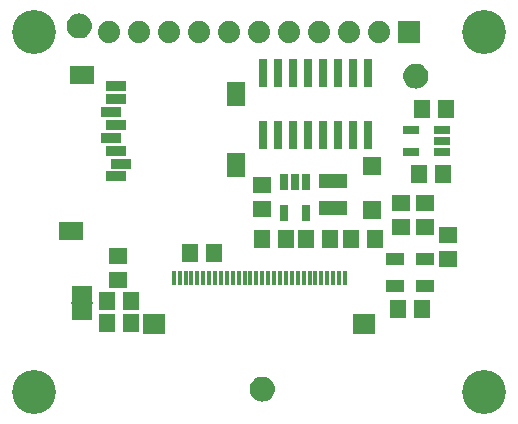
<source format=gbr>
G04 EAGLE Gerber RS-274X export*
G75*
%MOMM*%
%FSLAX34Y34*%
%LPD*%
%INSoldermask Top*%
%IPPOS*%
%AMOC8*
5,1,8,0,0,1.08239X$1,22.5*%
G01*
%ADD10R,1.403200X1.503200*%
%ADD11R,1.503200X1.403200*%
%ADD12R,1.553200X1.003200*%
%ADD13R,1.403200X0.753200*%
%ADD14R,0.753200X1.403200*%
%ADD15R,2.403200X1.219200*%
%ADD16R,1.603200X1.603200*%
%ADD17R,2.103200X1.603200*%
%ADD18R,1.603200X2.003200*%
%ADD19R,1.703200X0.903200*%
%ADD20R,1.803400X1.371600*%
%ADD21R,1.828800X0.152400*%
%ADD22C,3.719200*%
%ADD23R,1.903200X1.703200*%
%ADD24R,0.453200X1.303200*%
%ADD25R,0.803200X2.403200*%
%ADD26R,1.879600X1.879600*%
%ADD27C,1.879600*%

G36*
X-150708Y147020D02*
X-150708Y147020D01*
X-150665Y147032D01*
X-150599Y147039D01*
X-148916Y147490D01*
X-148875Y147509D01*
X-148812Y147528D01*
X-147232Y148265D01*
X-147195Y148291D01*
X-147136Y148320D01*
X-145708Y149320D01*
X-145677Y149352D01*
X-145624Y149391D01*
X-144391Y150624D01*
X-144366Y150660D01*
X-144320Y150708D01*
X-143320Y152136D01*
X-143302Y152177D01*
X-143265Y152232D01*
X-142528Y153812D01*
X-142517Y153855D01*
X-142490Y153916D01*
X-142039Y155599D01*
X-142037Y155631D01*
X-142030Y155652D01*
X-142030Y155667D01*
X-142020Y155708D01*
X-141868Y157445D01*
X-141872Y157489D01*
X-141868Y157555D01*
X-142020Y159292D01*
X-142032Y159335D01*
X-142039Y159401D01*
X-142490Y161084D01*
X-142509Y161125D01*
X-142528Y161188D01*
X-143265Y162768D01*
X-143291Y162805D01*
X-143320Y162864D01*
X-144320Y164292D01*
X-144352Y164323D01*
X-144391Y164376D01*
X-145624Y165609D01*
X-145660Y165634D01*
X-145708Y165680D01*
X-147136Y166680D01*
X-147177Y166698D01*
X-147232Y166735D01*
X-148812Y167472D01*
X-148855Y167483D01*
X-148916Y167510D01*
X-150599Y167961D01*
X-150644Y167964D01*
X-150708Y167980D01*
X-152445Y168132D01*
X-152489Y168128D01*
X-152555Y168132D01*
X-154292Y167980D01*
X-154335Y167968D01*
X-154401Y167961D01*
X-156084Y167510D01*
X-156125Y167491D01*
X-156188Y167472D01*
X-157768Y166735D01*
X-157805Y166709D01*
X-157864Y166680D01*
X-159292Y165680D01*
X-159323Y165648D01*
X-159376Y165609D01*
X-160609Y164376D01*
X-160634Y164340D01*
X-160680Y164292D01*
X-161680Y162864D01*
X-161698Y162823D01*
X-161735Y162768D01*
X-162472Y161188D01*
X-162483Y161145D01*
X-162510Y161084D01*
X-162961Y159401D01*
X-162964Y159356D01*
X-162980Y159292D01*
X-163132Y157555D01*
X-163128Y157511D01*
X-163132Y157445D01*
X-162980Y155708D01*
X-162968Y155665D01*
X-162964Y155631D01*
X-162964Y155615D01*
X-162962Y155610D01*
X-162961Y155599D01*
X-162510Y153916D01*
X-162491Y153875D01*
X-162472Y153812D01*
X-161735Y152232D01*
X-161709Y152195D01*
X-161680Y152136D01*
X-160680Y150708D01*
X-160648Y150677D01*
X-160609Y150624D01*
X-159376Y149391D01*
X-159340Y149366D01*
X-159292Y149320D01*
X-157864Y148320D01*
X-157823Y148302D01*
X-157768Y148265D01*
X-156188Y147528D01*
X-156145Y147517D01*
X-156084Y147490D01*
X-154401Y147039D01*
X-154356Y147036D01*
X-154292Y147020D01*
X-152555Y146868D01*
X-152511Y146872D01*
X-152445Y146868D01*
X-150708Y147020D01*
G37*
G36*
X134292Y104520D02*
X134292Y104520D01*
X134335Y104532D01*
X134401Y104539D01*
X136084Y104990D01*
X136125Y105009D01*
X136188Y105028D01*
X137768Y105765D01*
X137805Y105791D01*
X137864Y105820D01*
X139292Y106820D01*
X139323Y106852D01*
X139376Y106891D01*
X140609Y108124D01*
X140634Y108160D01*
X140680Y108208D01*
X141680Y109636D01*
X141698Y109677D01*
X141735Y109732D01*
X142472Y111312D01*
X142483Y111355D01*
X142510Y111416D01*
X142961Y113099D01*
X142963Y113131D01*
X142970Y113152D01*
X142970Y113167D01*
X142980Y113208D01*
X143132Y114945D01*
X143128Y114989D01*
X143132Y115055D01*
X142980Y116792D01*
X142968Y116835D01*
X142961Y116901D01*
X142510Y118584D01*
X142491Y118625D01*
X142472Y118688D01*
X141735Y120268D01*
X141709Y120305D01*
X141680Y120364D01*
X140680Y121792D01*
X140648Y121823D01*
X140609Y121876D01*
X139376Y123109D01*
X139340Y123134D01*
X139292Y123180D01*
X137864Y124180D01*
X137823Y124198D01*
X137768Y124235D01*
X136188Y124972D01*
X136145Y124983D01*
X136084Y125010D01*
X134401Y125461D01*
X134356Y125464D01*
X134292Y125480D01*
X132555Y125632D01*
X132511Y125628D01*
X132445Y125632D01*
X130708Y125480D01*
X130665Y125468D01*
X130599Y125461D01*
X128916Y125010D01*
X128875Y124991D01*
X128812Y124972D01*
X127232Y124235D01*
X127195Y124209D01*
X127136Y124180D01*
X125708Y123180D01*
X125677Y123148D01*
X125624Y123109D01*
X124391Y121876D01*
X124366Y121840D01*
X124320Y121792D01*
X123320Y120364D01*
X123302Y120323D01*
X123265Y120268D01*
X122528Y118688D01*
X122517Y118645D01*
X122490Y118584D01*
X122039Y116901D01*
X122036Y116856D01*
X122020Y116792D01*
X121868Y115055D01*
X121872Y115011D01*
X121868Y114945D01*
X122020Y113208D01*
X122032Y113165D01*
X122036Y113131D01*
X122036Y113115D01*
X122038Y113110D01*
X122039Y113099D01*
X122490Y111416D01*
X122509Y111375D01*
X122528Y111312D01*
X123265Y109732D01*
X123291Y109695D01*
X123320Y109636D01*
X124320Y108208D01*
X124352Y108177D01*
X124391Y108124D01*
X125624Y106891D01*
X125660Y106866D01*
X125708Y106820D01*
X127136Y105820D01*
X127177Y105802D01*
X127232Y105765D01*
X128812Y105028D01*
X128855Y105017D01*
X128916Y104990D01*
X130599Y104539D01*
X130644Y104536D01*
X130708Y104520D01*
X132445Y104368D01*
X132489Y104372D01*
X132555Y104368D01*
X134292Y104520D01*
G37*
G36*
X4292Y-160480D02*
X4292Y-160480D01*
X4335Y-160468D01*
X4401Y-160461D01*
X6084Y-160010D01*
X6125Y-159991D01*
X6188Y-159972D01*
X7768Y-159235D01*
X7805Y-159209D01*
X7864Y-159180D01*
X9292Y-158180D01*
X9323Y-158148D01*
X9376Y-158109D01*
X10609Y-156876D01*
X10634Y-156840D01*
X10680Y-156792D01*
X11680Y-155364D01*
X11698Y-155323D01*
X11735Y-155268D01*
X12472Y-153688D01*
X12483Y-153645D01*
X12510Y-153584D01*
X12961Y-151901D01*
X12963Y-151869D01*
X12970Y-151848D01*
X12970Y-151833D01*
X12980Y-151792D01*
X13132Y-150055D01*
X13128Y-150011D01*
X13132Y-149945D01*
X12980Y-148208D01*
X12968Y-148165D01*
X12961Y-148099D01*
X12510Y-146416D01*
X12491Y-146375D01*
X12472Y-146312D01*
X11735Y-144732D01*
X11709Y-144695D01*
X11680Y-144636D01*
X10680Y-143208D01*
X10648Y-143177D01*
X10609Y-143124D01*
X9376Y-141891D01*
X9340Y-141866D01*
X9292Y-141820D01*
X7864Y-140820D01*
X7823Y-140802D01*
X7768Y-140765D01*
X6188Y-140028D01*
X6145Y-140017D01*
X6084Y-139990D01*
X4401Y-139539D01*
X4356Y-139536D01*
X4292Y-139520D01*
X2555Y-139368D01*
X2511Y-139372D01*
X2445Y-139368D01*
X708Y-139520D01*
X665Y-139532D01*
X599Y-139539D01*
X-1084Y-139990D01*
X-1125Y-140009D01*
X-1188Y-140028D01*
X-2768Y-140765D01*
X-2805Y-140791D01*
X-2864Y-140820D01*
X-4292Y-141820D01*
X-4323Y-141852D01*
X-4376Y-141891D01*
X-5609Y-143124D01*
X-5634Y-143160D01*
X-5680Y-143208D01*
X-6680Y-144636D01*
X-6698Y-144677D01*
X-6735Y-144732D01*
X-7472Y-146312D01*
X-7483Y-146355D01*
X-7510Y-146416D01*
X-7961Y-148099D01*
X-7964Y-148144D01*
X-7980Y-148208D01*
X-8132Y-149945D01*
X-8128Y-149989D01*
X-8132Y-150055D01*
X-7980Y-151792D01*
X-7968Y-151835D01*
X-7964Y-151869D01*
X-7964Y-151885D01*
X-7962Y-151890D01*
X-7961Y-151901D01*
X-7510Y-153584D01*
X-7491Y-153625D01*
X-7472Y-153688D01*
X-6735Y-155268D01*
X-6709Y-155305D01*
X-6680Y-155364D01*
X-5680Y-156792D01*
X-5648Y-156823D01*
X-5609Y-156876D01*
X-4376Y-158109D01*
X-4340Y-158134D01*
X-4292Y-158180D01*
X-2864Y-159180D01*
X-2823Y-159198D01*
X-2768Y-159235D01*
X-1188Y-159972D01*
X-1145Y-159983D01*
X-1084Y-160010D01*
X599Y-160461D01*
X644Y-160464D01*
X708Y-160480D01*
X2445Y-160632D01*
X2489Y-160628D01*
X2555Y-160632D01*
X4292Y-160480D01*
G37*
D10*
X-58910Y-35000D03*
X-38590Y-35000D03*
X137660Y-82500D03*
X117340Y-82500D03*
D11*
X120000Y-12660D03*
X120000Y7660D03*
X140000Y-12660D03*
X140000Y7660D03*
D12*
X140200Y-40000D03*
X114800Y-40000D03*
D10*
X-108590Y-75000D03*
X-128910Y-75000D03*
D11*
X-120000Y-37340D03*
X-120000Y-57660D03*
D13*
X154251Y50500D03*
X154251Y60000D03*
X154251Y69500D03*
X128249Y69500D03*
X128249Y50500D03*
D10*
X157660Y87500D03*
X137340Y87500D03*
D14*
X39500Y25501D03*
X30000Y25501D03*
X20500Y25501D03*
X20500Y-501D03*
X39500Y-501D03*
D10*
X22660Y-22500D03*
X2340Y-22500D03*
D15*
X62500Y3730D03*
X62500Y26270D03*
D16*
X95000Y1500D03*
X95000Y38500D03*
D10*
X39840Y-22500D03*
X60160Y-22500D03*
D11*
X2500Y2340D03*
X2500Y22660D03*
D10*
X77340Y-22500D03*
X97660Y-22500D03*
D17*
X-150400Y116000D03*
X-159400Y-16000D03*
D18*
X-19400Y100000D03*
X-19400Y40000D03*
D19*
X-121400Y107000D03*
X-121400Y96000D03*
X-125400Y85000D03*
X-121400Y74000D03*
X-125400Y63000D03*
X-121400Y52000D03*
X-117400Y41000D03*
X-121400Y30000D03*
D10*
X134840Y32500D03*
X155160Y32500D03*
D20*
X-150000Y-85120D03*
X-150000Y-69880D03*
D21*
X-150000Y-77500D03*
D10*
X-108590Y-93750D03*
X-128910Y-93750D03*
D22*
X-190500Y-152400D03*
X190500Y-152400D03*
X190500Y152400D03*
X-190500Y152400D03*
D23*
X-89000Y-95200D03*
X89000Y-95200D03*
D24*
X-62500Y-56200D03*
X-72500Y-56200D03*
X-67500Y-56200D03*
X-57500Y-56200D03*
X-52500Y-56200D03*
X-47500Y-56200D03*
X-42500Y-56200D03*
X-37500Y-56200D03*
X-32500Y-56200D03*
X-27500Y-56200D03*
X-22500Y-56200D03*
X-17500Y-56200D03*
X-12500Y-56200D03*
X-7500Y-56200D03*
X-2500Y-56200D03*
X2500Y-56200D03*
X7500Y-56200D03*
X12500Y-56200D03*
X17500Y-56200D03*
X22500Y-56200D03*
X27500Y-56200D03*
X32500Y-56200D03*
X37500Y-56200D03*
X42500Y-56200D03*
X47500Y-56200D03*
X52500Y-56200D03*
X57500Y-56200D03*
X62500Y-56200D03*
X67500Y-56200D03*
X72500Y-56200D03*
D25*
X79250Y117230D03*
X53850Y65230D03*
X91950Y117230D03*
X66550Y117230D03*
X53850Y117230D03*
X66550Y65230D03*
X41150Y65230D03*
X28450Y65230D03*
X28450Y117230D03*
X3050Y65230D03*
X41150Y117230D03*
X15750Y117230D03*
X15750Y65230D03*
X3050Y117230D03*
X79250Y65230D03*
X91950Y65230D03*
D11*
X160000Y-40160D03*
X160000Y-19840D03*
D12*
X114800Y-62500D03*
X140200Y-62500D03*
D26*
X127000Y152400D03*
D27*
X101600Y152400D03*
X76200Y152400D03*
X50800Y152400D03*
X25400Y152400D03*
X0Y152400D03*
X-25400Y152400D03*
X-50800Y152400D03*
X-76200Y152400D03*
X-101600Y152400D03*
X-127000Y152400D03*
M02*

</source>
